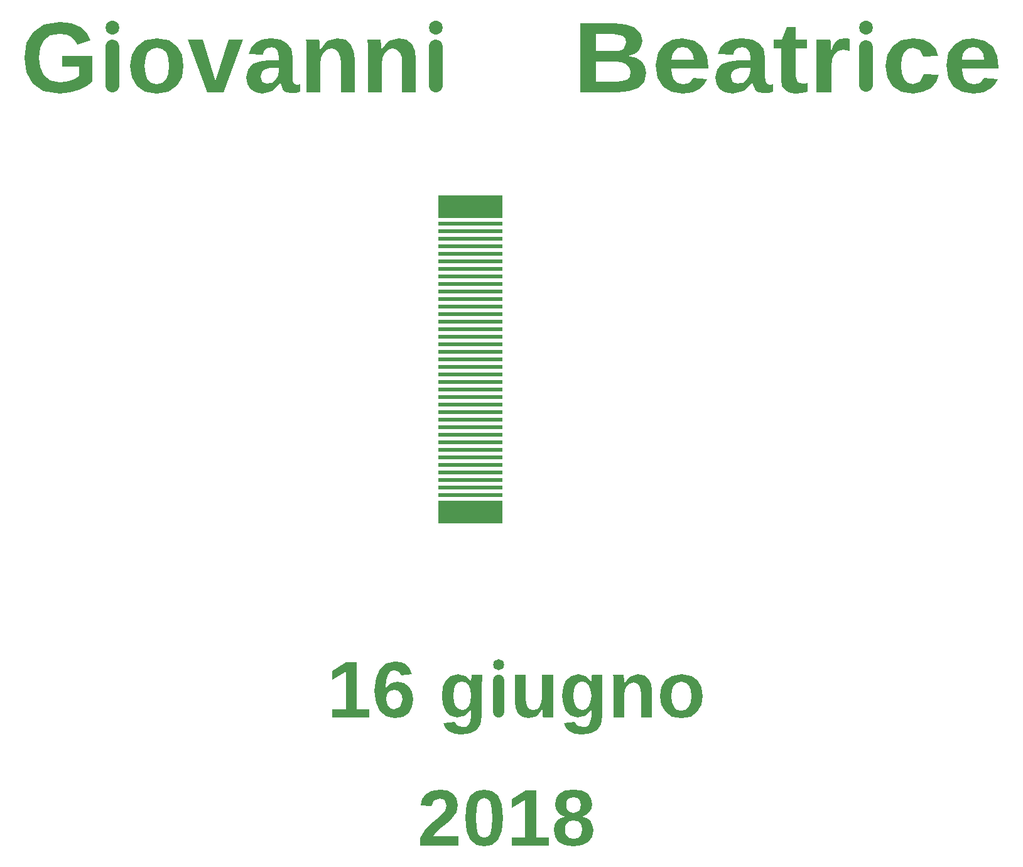
<source format=gbr>
G04 This is an RS-274x file exported by *
G04 gerbv version 2.6.1 *
G04 More information is available about gerbv at *
G04 http://gerbv.geda-project.org/ *
G04 --End of header info--*
%MOIN*%
%FSLAX34Y34*%
%IPPOS*%
G04 --Define apertures--*
%ADD10C,0.0001*%
%ADD11C,0.0584*%
%ADD12C,0.0200*%
%ADD13C,0.0100*%
%ADD14C,0.0400*%
%ADD15C,0.0732*%
%ADD16C,0.0310*%
%ADD17C,0.0150*%
%ADD18C,0.1200*%
%ADD19C,0.0500*%
G04 --Start main section--*
G54D10*
G36*
G01X0024940Y0006698D02*
G01X0024940Y0007104D01*
G01X0025184Y0007497D01*
G01X0025482Y0007819D01*
G01X0025794Y0008092D01*
G01X0026073Y0008335D01*
G01X0026275Y0008572D01*
G01X0026352Y0008823D01*
G01X0026254Y0009112D01*
G01X0025967Y0009206D01*
G01X0025680Y0009104D01*
G01X0025553Y0008803D01*
G01X0024965Y0008836D01*
G01X0025050Y0009160D01*
G01X0025233Y0009426D01*
G01X0025532Y0009605D01*
G01X0025963Y0009672D01*
G01X0026382Y0009616D01*
G01X0026690Y0009455D01*
G01X0026879Y0009195D01*
G01X0026944Y0008848D01*
G01X0026862Y0008476D01*
G01X0026655Y0008168D01*
G01X0026372Y0007906D01*
G01X0026073Y0007668D01*
G01X0025807Y0007433D01*
G01X0025630Y0007179D01*
G01X0026990Y0007179D01*
G01X0026990Y0006698D01*
G01X0024940Y0006698D01*
G37*
G36*
G01X0029800Y0006698D02*
G01X0029800Y0007133D01*
G01X0030525Y0007133D01*
G01X0030525Y0009131D01*
G01X0029823Y0008692D01*
G01X0029823Y0009152D01*
G01X0030556Y0009628D01*
G01X0031109Y0009628D01*
G01X0031109Y0007133D01*
G01X0031781Y0007133D01*
G01X0031781Y0006698D01*
G01X0029800Y0006698D01*
G37*
G36*
G01X0029355Y0008165D02*
G01X0029278Y0007455D01*
G01X0029064Y0006989D01*
G01X0028742Y0006734D01*
G01X0028342Y0006658D01*
G01X0028342Y0007117D01*
G01X0028536Y0007166D01*
G01X0028669Y0007337D01*
G01X0028744Y0007661D01*
G01X0028769Y0008165D01*
G01X0028746Y0008676D01*
G01X0028673Y0008998D01*
G01X0028542Y0009167D01*
G01X0028349Y0009214D01*
G01X0028342Y0009213D01*
G01X0028342Y0009670D01*
G01X0028353Y0009672D01*
G01X0028750Y0009601D01*
G01X0029068Y0009360D01*
G01X0029278Y0008896D01*
G01X0029355Y0008165D01*
G37*
G36*
G01X0028342Y0006658D02*
G01X0028336Y0006657D01*
G01X0027931Y0006734D01*
G01X0027613Y0006988D01*
G01X0027405Y0007453D01*
G01X0027330Y0008165D01*
G01X0027403Y0008896D01*
G01X0027613Y0009360D01*
G01X0027935Y0009601D01*
G01X0028342Y0009670D01*
G01X0028342Y0009213D01*
G01X0028143Y0009164D01*
G01X0028008Y0008996D01*
G01X0027935Y0008672D01*
G01X0027915Y0008165D01*
G01X0027937Y0007661D01*
G01X0028010Y0007337D01*
G01X0028141Y0007166D01*
G01X0028340Y0007116D01*
G01X0028342Y0007117D01*
G01X0028342Y0006658D01*
G37*
G36*
G01X0034137Y0007524D02*
G01X0034075Y0007174D01*
G01X0033884Y0006900D01*
G01X0033557Y0006721D01*
G01X0033088Y0006657D01*
G01X0033085Y0006657D01*
G01X0033085Y0007070D01*
G01X0033092Y0007069D01*
G01X0033308Y0007104D01*
G01X0033443Y0007208D01*
G01X0033512Y0007366D01*
G01X0033533Y0007572D01*
G01X0033512Y0007745D01*
G01X0033441Y0007890D01*
G01X0033302Y0007992D01*
G01X0033085Y0008029D01*
G01X0033085Y0008441D01*
G01X0033283Y0008478D01*
G01X0033400Y0008576D01*
G01X0033452Y0008711D01*
G01X0033464Y0008861D01*
G01X0033445Y0009021D01*
G01X0033383Y0009148D01*
G01X0033265Y0009231D01*
G01X0033085Y0009261D01*
G01X0033085Y0009671D01*
G01X0033520Y0009614D01*
G01X0033828Y0009454D01*
G01X0034007Y0009208D01*
G01X0034065Y0008892D01*
G01X0034027Y0008670D01*
G01X0033923Y0008476D01*
G01X0033755Y0008328D01*
G01X0033533Y0008243D01*
G01X0033533Y0008235D01*
G01X0033772Y0008158D01*
G01X0033965Y0008015D01*
G01X0034092Y0007803D01*
G01X0034137Y0007524D01*
G37*
G36*
G01X0033085Y0006657D02*
G01X0032618Y0006721D01*
G01X0032290Y0006900D01*
G01X0032099Y0007174D01*
G01X0032036Y0007520D01*
G01X0032086Y0007803D01*
G01X0032219Y0008017D01*
G01X0032410Y0008158D01*
G01X0032632Y0008231D01*
G01X0032632Y0008239D01*
G01X0032412Y0008328D01*
G01X0032246Y0008478D01*
G01X0032140Y0008672D01*
G01X0032105Y0008896D01*
G01X0032167Y0009214D01*
G01X0032354Y0009460D01*
G01X0032657Y0009616D01*
G01X0033080Y0009672D01*
G01X0033085Y0009671D01*
G01X0033085Y0009261D01*
G01X0033080Y0009262D01*
G01X0032899Y0009231D01*
G01X0032782Y0009148D01*
G01X0032720Y0009021D01*
G01X0032701Y0008861D01*
G01X0032716Y0008709D01*
G01X0032774Y0008574D01*
G01X0032890Y0008478D01*
G01X0033084Y0008441D01*
G01X0033085Y0008441D01*
G01X0033085Y0008029D01*
G01X0033075Y0008031D01*
G01X0032865Y0007992D01*
G01X0032730Y0007890D01*
G01X0032657Y0007740D01*
G01X0032637Y0007563D01*
G01X0032657Y0007362D01*
G01X0032732Y0007204D01*
G01X0032874Y0007104D01*
G01X0033085Y0007070D01*
G01X0033085Y0006657D01*
G37*
G36*
G01X0036662Y0013499D02*
G01X0036662Y0014761D01*
G01X0036641Y0015000D01*
G01X0036572Y0015187D01*
G01X0036447Y0015310D01*
G01X0036260Y0015353D01*
G01X0036067Y0015305D01*
G01X0035920Y0015172D01*
G01X0035822Y0014966D01*
G01X0035789Y0014705D01*
G01X0035789Y0013499D01*
G01X0035205Y0013499D01*
G01X0035205Y0015245D01*
G01X0035202Y0015395D01*
G01X0035199Y0015540D01*
G01X0035194Y0015665D01*
G01X0035188Y0015748D01*
G01X0035745Y0015748D01*
G01X0035754Y0015667D01*
G01X0035762Y0015547D01*
G01X0035768Y0015413D01*
G01X0035772Y0015301D01*
G01X0035780Y0015301D01*
G01X0036077Y0015675D01*
G01X0036504Y0015792D01*
G01X0036847Y0015725D01*
G01X0037075Y0015542D01*
G01X0037204Y0015268D01*
G01X0037243Y0014927D01*
G01X0037243Y0013499D01*
G01X0036662Y0013499D01*
G37*
G36*
G01X0023568Y0016462D02*
G01X0023613Y0016472D01*
G01X0023931Y0016434D01*
G01X0024187Y0016318D01*
G01X0024378Y0016108D01*
G01X0024505Y0015798D01*
G01X0023954Y0015721D01*
G01X0023818Y0015942D01*
G01X0023600Y0016010D01*
G01X0023568Y0016001D01*
G01X0023568Y0016462D01*
G37*
G36*
G01X0024583Y0014457D02*
G01X0024521Y0014051D01*
G01X0024334Y0013736D01*
G01X0024027Y0013530D01*
G01X0023598Y0013457D01*
G01X0023568Y0013463D01*
G01X0023568Y0013915D01*
G01X0023580Y0013913D01*
G01X0023887Y0014051D01*
G01X0023997Y0014440D01*
G01X0023970Y0014653D01*
G01X0023887Y0014815D01*
G01X0023752Y0014917D01*
G01X0023568Y0014953D01*
G01X0023568Y0015348D01*
G01X0023733Y0015384D01*
G01X0024082Y0015320D01*
G01X0024351Y0015137D01*
G01X0024523Y0014846D01*
G01X0024583Y0014457D01*
G37*
G36*
G01X0023568Y0013463D02*
G01X0023140Y0013547D01*
G01X0022802Y0013819D01*
G01X0022595Y0014270D01*
G01X0022526Y0014896D01*
G01X0022596Y0015582D01*
G01X0022807Y0016075D01*
G01X0023149Y0016372D01*
G01X0023568Y0016462D01*
G01X0023568Y0016001D01*
G01X0023390Y0015951D01*
G01X0023230Y0015775D01*
G01X0023130Y0015480D01*
G01X0023097Y0015062D01*
G01X0023357Y0015301D01*
G01X0023568Y0015348D01*
G01X0023568Y0014953D01*
G01X0023565Y0014954D01*
G01X0023411Y0014929D01*
G01X0023274Y0014848D01*
G01X0023177Y0014708D01*
G01X0023139Y0014503D01*
G01X0023170Y0014270D01*
G01X0023257Y0014081D01*
G01X0023397Y0013956D01*
G01X0023568Y0013915D01*
G01X0023568Y0013463D01*
G37*
G36*
G01X0020269Y0013499D02*
G01X0020269Y0013933D01*
G01X0020994Y0013933D01*
G01X0020994Y0015931D01*
G01X0020291Y0015492D01*
G01X0020291Y0015952D01*
G01X0021025Y0016428D01*
G01X0021578Y0016428D01*
G01X0021578Y0013933D01*
G01X0022249Y0013933D01*
G01X0022249Y0013499D01*
G01X0020269Y0013499D01*
G37*
G36*
G01X0030551Y0015748D02*
G01X0030551Y0014486D01*
G01X0030572Y0014245D01*
G01X0030640Y0014058D01*
G01X0030763Y0013938D01*
G01X0030950Y0013894D01*
G01X0031141Y0013939D01*
G01X0031291Y0014072D01*
G01X0031386Y0014278D01*
G01X0031422Y0014542D01*
G01X0031422Y0015748D01*
G01X0032006Y0015748D01*
G01X0032006Y0013852D01*
G01X0032010Y0013704D01*
G01X0032016Y0013579D01*
G01X0032023Y0013499D01*
G01X0031465Y0013499D01*
G01X0031457Y0013578D01*
G01X0031449Y0013700D01*
G01X0031443Y0013833D01*
G01X0031440Y0013946D01*
G01X0031430Y0013946D01*
G01X0031133Y0013573D01*
G01X0030707Y0013457D01*
G01X0030364Y0013524D01*
G01X0030133Y0013704D01*
G01X0030006Y0013979D01*
G01X0029967Y0014320D01*
G01X0029967Y0015748D01*
G01X0030551Y0015748D01*
G37*
G36*
G01X0027175Y0012981D02*
G01X0027176Y0012981D01*
G01X0027364Y0013010D01*
G01X0027512Y0013110D01*
G01X0027608Y0013292D01*
G01X0027643Y0013576D01*
G01X0027643Y0013694D01*
G01X0027645Y0013804D01*
G01X0027647Y0013916D01*
G01X0027643Y0013916D01*
G01X0027356Y0013601D01*
G01X0027175Y0013560D01*
G01X0027175Y0013910D01*
G01X0027339Y0013941D01*
G01X0027496Y0014062D01*
G01X0027606Y0014293D01*
G01X0027647Y0014655D01*
G01X0027606Y0015008D01*
G01X0027497Y0015235D01*
G01X0027344Y0015355D01*
G01X0027175Y0015390D01*
G01X0027175Y0015741D01*
G01X0027364Y0015696D01*
G01X0027643Y0015387D01*
G01X0027654Y0015387D01*
G01X0027656Y0015486D01*
G01X0027664Y0015597D01*
G01X0027672Y0015692D01*
G01X0027682Y0015748D01*
G01X0028236Y0015748D01*
G01X0028227Y0015538D01*
G01X0028223Y0015228D01*
G01X0028223Y0013567D01*
G01X0028152Y0013141D01*
G01X0027944Y0012837D01*
G01X0027609Y0012657D01*
G01X0027175Y0012599D01*
G01X0027175Y0012981D01*
G37*
G36*
G01X0027175Y0013560D02*
G01X0026919Y0013503D01*
G01X0026550Y0013586D01*
G01X0026294Y0013821D01*
G01X0026143Y0014181D01*
G01X0026095Y0014642D01*
G01X0026146Y0015112D01*
G01X0026304Y0015476D01*
G01X0026574Y0015709D01*
G01X0026963Y0015792D01*
G01X0027175Y0015741D01*
G01X0027175Y0015390D01*
G01X0027171Y0015390D01*
G01X0026972Y0015347D01*
G01X0026826Y0015212D01*
G01X0026734Y0014979D01*
G01X0026704Y0014642D01*
G01X0026732Y0014323D01*
G01X0026820Y0014093D01*
G01X0026965Y0013955D01*
G01X0027167Y0013908D01*
G01X0027175Y0013910D01*
G01X0027175Y0013560D01*
G37*
G36*
G01X0027159Y0012596D02*
G01X0026766Y0012642D01*
G01X0026477Y0012767D01*
G01X0026286Y0012958D01*
G01X0026188Y0013201D01*
G01X0026772Y0013270D01*
G01X0026905Y0013058D01*
G01X0027175Y0012981D01*
G01X0027175Y0012599D01*
G01X0027159Y0012596D01*
G37*
G36*
G01X0027600Y0037080D02*
G01X0029300Y0037080D01*
G01X0027600Y0037080D01*
G01X0027600Y0037080D01*
G37*
G36*
G01X0027600Y0038680D02*
G01X0029300Y0038680D01*
G01X0027600Y0038680D01*
G01X0027600Y0038680D01*
G37*
G36*
G01X0027600Y0026280D02*
G01X0025900Y0026280D01*
G01X0027600Y0026281D01*
G01X0027600Y0026280D01*
G37*
G36*
G01X0027600Y0039480D02*
G01X0025900Y0039480D01*
G01X0027600Y0039481D01*
G01X0027600Y0039480D01*
G37*
G36*
G01X0033560Y0012981D02*
G01X0033561Y0012981D01*
G01X0033749Y0013010D01*
G01X0033897Y0013110D01*
G01X0033993Y0013292D01*
G01X0034028Y0013576D01*
G01X0034028Y0013694D01*
G01X0034030Y0013804D01*
G01X0034032Y0013916D01*
G01X0034028Y0013916D01*
G01X0033741Y0013601D01*
G01X0033560Y0013560D01*
G01X0033560Y0013910D01*
G01X0033724Y0013941D01*
G01X0033881Y0014062D01*
G01X0033991Y0014293D01*
G01X0034032Y0014655D01*
G01X0033991Y0015008D01*
G01X0033883Y0015235D01*
G01X0033729Y0015355D01*
G01X0033560Y0015390D01*
G01X0033560Y0015741D01*
G01X0033749Y0015696D01*
G01X0034028Y0015387D01*
G01X0034039Y0015387D01*
G01X0034041Y0015486D01*
G01X0034049Y0015597D01*
G01X0034057Y0015692D01*
G01X0034068Y0015748D01*
G01X0034621Y0015748D01*
G01X0034612Y0015538D01*
G01X0034608Y0015228D01*
G01X0034608Y0013567D01*
G01X0034537Y0013141D01*
G01X0034329Y0012837D01*
G01X0033995Y0012657D01*
G01X0033560Y0012599D01*
G01X0033560Y0012981D01*
G37*
G36*
G01X0033560Y0013560D02*
G01X0033305Y0013503D01*
G01X0032935Y0013586D01*
G01X0032679Y0013821D01*
G01X0032528Y0014181D01*
G01X0032480Y0014642D01*
G01X0032531Y0015112D01*
G01X0032690Y0015476D01*
G01X0032960Y0015709D01*
G01X0033349Y0015792D01*
G01X0033560Y0015741D01*
G01X0033560Y0015390D01*
G01X0033556Y0015390D01*
G01X0033357Y0015347D01*
G01X0033211Y0015212D01*
G01X0033120Y0014979D01*
G01X0033089Y0014642D01*
G01X0033117Y0014323D01*
G01X0033205Y0014093D01*
G01X0033350Y0013955D01*
G01X0033552Y0013908D01*
G01X0033560Y0013910D01*
G01X0033560Y0013560D01*
G37*
G36*
G01X0033544Y0012596D02*
G01X0033151Y0012642D01*
G01X0032862Y0012767D01*
G01X0032671Y0012958D01*
G01X0032573Y0013201D01*
G01X0033158Y0013270D01*
G01X0033290Y0013058D01*
G01X0033560Y0012981D01*
G01X0033560Y0012599D01*
G01X0033544Y0012596D01*
G37*
G36*
G01X0039944Y0014625D02*
G01X0039871Y0014153D01*
G01X0039657Y0013783D01*
G01X0039299Y0013542D01*
G01X0038811Y0013459D01*
G01X0038811Y0013859D01*
G01X0039023Y0013900D01*
G01X0039193Y0014039D01*
G01X0039297Y0014278D01*
G01X0039333Y0014625D01*
G01X0039300Y0014972D01*
G01X0039201Y0015208D01*
G01X0039041Y0015343D01*
G01X0038821Y0015388D01*
G01X0038811Y0015386D01*
G01X0038811Y0015789D01*
G01X0038813Y0015790D01*
G01X0039330Y0015702D01*
G01X0039680Y0015459D01*
G01X0039879Y0015091D01*
G01X0039944Y0014625D01*
G37*
G36*
G01X0038811Y0013459D02*
G01X0038800Y0013457D01*
G01X0038316Y0013542D01*
G01X0037963Y0013781D01*
G01X0037748Y0014149D01*
G01X0037676Y0014625D01*
G01X0037745Y0015089D01*
G01X0037957Y0015459D01*
G01X0038312Y0015702D01*
G01X0038811Y0015789D01*
G01X0038811Y0015386D01*
G01X0038593Y0015343D01*
G01X0038426Y0015205D01*
G01X0038324Y0014969D01*
G01X0038289Y0014625D01*
G01X0038325Y0014278D01*
G01X0038428Y0014039D01*
G01X0038588Y0013900D01*
G01X0038794Y0013856D01*
G01X0038811Y0013859D01*
G01X0038811Y0013459D01*
G37*
G36*
G01X0044836Y0046608D02*
G01X0044526Y0046652D01*
G01X0044297Y0046783D01*
G01X0044155Y0047005D01*
G01X0044108Y0047317D01*
G01X0044108Y0048978D01*
G01X0043722Y0048978D01*
G01X0043722Y0049473D01*
G01X0044148Y0049473D01*
G01X0044396Y0050135D01*
G01X0044892Y0050135D01*
G01X0044892Y0049473D01*
G01X0045470Y0049473D01*
G01X0045470Y0048978D01*
G01X0044892Y0048978D01*
G01X0044892Y0047515D01*
G01X0044976Y0047210D01*
G01X0045239Y0047114D01*
G01X0045371Y0047124D01*
G01X0045504Y0047150D01*
G01X0045504Y0046697D01*
G01X0045194Y0046632D01*
G01X0044836Y0046608D01*
G37*
G36*
G01X0045983Y0046656D02*
G01X0045983Y0048812D01*
G01X0045981Y0049004D01*
G01X0045975Y0049197D01*
G01X0045969Y0049364D01*
G01X0045961Y0049473D01*
G01X0046717Y0049473D01*
G01X0046728Y0049364D01*
G01X0046739Y0049197D01*
G01X0046748Y0049015D01*
G01X0046753Y0048872D01*
G01X0046765Y0048872D01*
G01X0046883Y0049145D01*
G01X0047021Y0049351D01*
G01X0047216Y0049481D01*
G01X0047495Y0049528D01*
G01X0047633Y0049515D01*
G01X0047740Y0049489D01*
G01X0047740Y0048877D01*
G01X0047585Y0048903D01*
G01X0047402Y0048916D01*
G01X0047138Y0048860D01*
G01X0046939Y0048694D01*
G01X0046817Y0048420D01*
G01X0046776Y0048038D01*
G01X0046776Y0046656D01*
G01X0045983Y0046656D01*
G37*
G36*
G01X0051102Y0046603D02*
G01X0050465Y0046708D01*
G01X0050013Y0047002D01*
G01X0049743Y0047457D01*
G01X0049653Y0048049D01*
G01X0049751Y0048674D01*
G01X0050036Y0049137D01*
G01X0050493Y0049426D01*
G01X0051113Y0049525D01*
G01X0051638Y0049452D01*
G01X0052036Y0049252D01*
G01X0052303Y0048955D01*
G01X0052447Y0048585D01*
G01X0051649Y0048548D01*
G01X0051480Y0048892D01*
G01X0051096Y0049023D01*
G01X0050820Y0048962D01*
G01X0050631Y0048781D01*
G01X0050521Y0048484D01*
G01X0050484Y0048078D01*
G01X0050523Y0047652D01*
G01X0050640Y0047347D01*
G01X0050835Y0047164D01*
G01X0051108Y0047103D01*
G01X0051485Y0047233D01*
G01X0051675Y0047627D01*
G01X0052470Y0047593D01*
G01X0052340Y0047218D01*
G01X0052069Y0046903D01*
G01X0051657Y0046684D01*
G01X0051102Y0046603D01*
G37*
G36*
G01X0005817Y0047205D02*
G01X0006137Y0047231D01*
G01X0006421Y0047298D01*
G01X0006657Y0047398D01*
G01X0006832Y0047515D01*
G01X0006832Y0048023D01*
G01X0005936Y0048023D01*
G01X0005936Y0048590D01*
G01X0007535Y0048590D01*
G01X0007535Y0047241D01*
G01X0007233Y0046997D01*
G01X0006835Y0046793D01*
G01X0006350Y0046656D01*
G01X0005796Y0046603D01*
G01X0004958Y0046744D01*
G01X0004380Y0047140D01*
G01X0004044Y0047744D01*
G01X0003937Y0048507D01*
G01X0004052Y0049283D01*
G01X0004398Y0049872D01*
G01X0004984Y0050247D01*
G01X0005814Y0050380D01*
G01X0006428Y0050312D01*
G01X0006900Y0050119D01*
G01X0007238Y0049817D01*
G01X0007457Y0049424D01*
G01X0006748Y0049210D01*
G01X0006624Y0049426D01*
G01X0006428Y0049606D01*
G01X0006160Y0049728D01*
G01X0005814Y0049775D01*
G01X0005319Y0049684D01*
G01X0004976Y0049429D01*
G01X0004775Y0049028D01*
G01X0004710Y0048507D01*
G01X0004775Y0047981D01*
G01X0004978Y0047570D01*
G01X0005325Y0047301D01*
G01X0005817Y0047205D01*
G37*
G36*
G01X0014072Y0047246D02*
G01X0014777Y0049473D01*
G01X0015543Y0049473D01*
G01X0014504Y0046656D01*
G01X0013629Y0046656D01*
G01X0012622Y0049473D01*
G01X0013395Y0049473D01*
G01X0014072Y0047246D01*
G37*
G36*
G01X0020734Y0046656D02*
G01X0020734Y0048236D01*
G01X0020708Y0048535D01*
G01X0020622Y0048770D01*
G01X0020466Y0048924D01*
G01X0020231Y0048978D01*
G01X0019990Y0048918D01*
G01X0019805Y0048752D01*
G01X0019682Y0048494D01*
G01X0019641Y0048166D01*
G01X0019641Y0046656D01*
G01X0018909Y0046656D01*
G01X0018909Y0048843D01*
G01X0018906Y0049030D01*
G01X0018901Y0049213D01*
G01X0018896Y0049369D01*
G01X0018888Y0049473D01*
G01X0019586Y0049473D01*
G01X0019596Y0049371D01*
G01X0019606Y0049221D01*
G01X0019615Y0049054D01*
G01X0019620Y0048913D01*
G01X0019630Y0048913D01*
G01X0020003Y0049382D01*
G01X0020536Y0049528D01*
G01X0020966Y0049445D01*
G01X0021252Y0049215D01*
G01X0021413Y0048872D01*
G01X0021463Y0048444D01*
G01X0021463Y0046656D01*
G01X0020734Y0046656D01*
G37*
G36*
G01X0023993Y0046656D02*
G01X0023993Y0048236D01*
G01X0023967Y0048535D01*
G01X0023881Y0048770D01*
G01X0023725Y0048924D01*
G01X0023491Y0048978D01*
G01X0023249Y0048918D01*
G01X0023064Y0048752D01*
G01X0022941Y0048494D01*
G01X0022900Y0048166D01*
G01X0022900Y0046656D01*
G01X0022168Y0046656D01*
G01X0022168Y0048843D01*
G01X0022166Y0049030D01*
G01X0022161Y0049213D01*
G01X0022155Y0049369D01*
G01X0022148Y0049473D01*
G01X0022846Y0049473D01*
G01X0022856Y0049371D01*
G01X0022866Y0049221D01*
G01X0022874Y0049054D01*
G01X0022879Y0048913D01*
G01X0022889Y0048913D01*
G01X0023262Y0049382D01*
G01X0023795Y0049528D01*
G01X0024225Y0049445D01*
G01X0024512Y0049215D01*
G01X0024673Y0048872D01*
G01X0024722Y0048444D01*
G01X0024722Y0046656D01*
G01X0023993Y0046656D01*
G37*
G36*
G01X0016966Y0048355D02*
G01X0017443Y0048364D01*
G01X0017443Y0048507D01*
G01X0017415Y0048762D01*
G01X0017337Y0048931D01*
G01X0017206Y0049023D01*
G01X0017032Y0049051D01*
G01X0016966Y0049044D01*
G01X0016966Y0049513D01*
G01X0017063Y0049525D01*
G01X0017532Y0049460D01*
G01X0017881Y0049265D01*
G01X0018099Y0048950D01*
G01X0018175Y0048515D01*
G01X0018175Y0047489D01*
G01X0018182Y0047311D01*
G01X0018217Y0047179D01*
G01X0018286Y0047098D01*
G01X0018406Y0047072D01*
G01X0018568Y0047088D01*
G01X0018568Y0046692D01*
G01X0018451Y0046663D01*
G01X0018347Y0046643D01*
G01X0018234Y0046630D01*
G01X0018099Y0046624D01*
G01X0017859Y0046658D01*
G01X0017690Y0046760D01*
G01X0017535Y0047158D01*
G01X0017519Y0047158D01*
G01X0017144Y0046749D01*
G01X0016966Y0046702D01*
G01X0016966Y0047147D01*
G01X0017082Y0047174D01*
G01X0017274Y0047330D01*
G01X0017399Y0047557D01*
G01X0017443Y0047817D01*
G01X0017443Y0047960D01*
G01X0017069Y0047955D01*
G01X0016966Y0047945D01*
G01X0016966Y0048355D01*
G37*
G36*
G01X0016966Y0049044D02*
G01X0016868Y0049033D01*
G01X0016746Y0048968D01*
G01X0016659Y0048846D01*
G01X0016616Y0048653D01*
G01X0015853Y0048690D01*
G01X0015967Y0049025D01*
G01X0016196Y0049291D01*
G01X0016558Y0049463D01*
G01X0016966Y0049513D01*
G01X0016966Y0049044D01*
G37*
G36*
G01X0016592Y0046603D02*
G01X0016228Y0046658D01*
G01X0015957Y0046822D01*
G01X0015785Y0047090D01*
G01X0015725Y0047453D01*
G01X0015811Y0047871D01*
G01X0016050Y0048148D01*
G01X0016404Y0048301D01*
G01X0016837Y0048353D01*
G01X0016966Y0048355D01*
G01X0016966Y0047945D01*
G01X0016844Y0047934D01*
G01X0016659Y0047874D01*
G01X0016535Y0047744D01*
G01X0016488Y0047509D01*
G01X0016579Y0047210D01*
G01X0016826Y0047114D01*
G01X0016966Y0047147D01*
G01X0016966Y0046702D01*
G01X0016592Y0046603D01*
G37*
G36*
G01X0012390Y0048067D02*
G01X0012299Y0047476D01*
G01X0012031Y0047012D01*
G01X0011583Y0046710D01*
G01X0010971Y0046606D01*
G01X0010971Y0047107D01*
G01X0011237Y0047158D01*
G01X0011450Y0047333D01*
G01X0011580Y0047632D01*
G01X0011625Y0048067D01*
G01X0011584Y0048501D01*
G01X0011461Y0048796D01*
G01X0011259Y0048966D01*
G01X0010985Y0049023D01*
G01X0010971Y0049020D01*
G01X0010971Y0049525D01*
G01X0010974Y0049525D01*
G01X0011622Y0049416D01*
G01X0012059Y0049111D01*
G01X0012309Y0048650D01*
G01X0012390Y0048067D01*
G37*
G36*
G01X0010971Y0046606D02*
G01X0010959Y0046603D01*
G01X0010352Y0046710D01*
G01X0009909Y0047010D01*
G01X0009641Y0047470D01*
G01X0009550Y0048067D01*
G01X0009636Y0048648D01*
G01X0009901Y0049111D01*
G01X0010347Y0049416D01*
G01X0010971Y0049525D01*
G01X0010971Y0049020D01*
G01X0010699Y0048966D01*
G01X0010490Y0048794D01*
G01X0010361Y0048497D01*
G01X0010318Y0048067D01*
G01X0010362Y0047632D01*
G01X0010492Y0047333D01*
G01X0010693Y0047158D01*
G01X0010950Y0047103D01*
G01X0010971Y0047107D01*
G01X0010971Y0046606D01*
G37*
G36*
G01X0036956Y0047702D02*
G01X0036835Y0047223D01*
G01X0036503Y0046898D01*
G01X0036014Y0046713D01*
G01X0035422Y0046656D01*
G01X0035194Y0046656D01*
G01X0035194Y0047226D01*
G01X0035352Y0047226D01*
G01X0035656Y0047249D01*
G01X0035899Y0047335D01*
G01X0036063Y0047502D01*
G01X0036122Y0047762D01*
G01X0036059Y0048007D01*
G01X0035887Y0048166D01*
G01X0035634Y0048252D01*
G01X0035321Y0048278D01*
G01X0035194Y0048278D01*
G01X0035194Y0048846D01*
G01X0035219Y0048846D01*
G01X0035523Y0048874D01*
G01X0035730Y0048957D01*
G01X0035891Y0049299D01*
G01X0035847Y0049510D01*
G01X0035718Y0049650D01*
G01X0035214Y0049755D01*
G01X0035194Y0049755D01*
G01X0035194Y0050325D01*
G01X0035253Y0050325D01*
G01X0035879Y0050267D01*
G01X0036344Y0050098D01*
G01X0036629Y0049809D01*
G01X0036728Y0049403D01*
G01X0036681Y0049115D01*
G01X0036539Y0048874D01*
G01X0036303Y0048695D01*
G01X0035969Y0048585D01*
G01X0036394Y0048489D01*
G01X0036703Y0048304D01*
G01X0036893Y0048041D01*
G01X0036956Y0047702D01*
G37*
G36*
G01X0035194Y0046656D02*
G01X0033434Y0046656D01*
G01X0033434Y0050325D01*
G01X0035194Y0050325D01*
G01X0035194Y0049755D01*
G01X0034266Y0049755D01*
G01X0034266Y0048846D01*
G01X0035194Y0048846D01*
G01X0035194Y0048278D01*
G01X0034266Y0048278D01*
G01X0034266Y0047226D01*
G01X0035194Y0047226D01*
G01X0035194Y0046656D01*
G37*
G36*
G01X0038877Y0047101D02*
G01X0038914Y0047093D01*
G01X0039255Y0047174D01*
G01X0039444Y0047429D01*
G01X0040191Y0047369D01*
G01X0040047Y0047114D01*
G01X0039805Y0046864D01*
G01X0039424Y0046676D01*
G01X0038877Y0046604D01*
G01X0038877Y0047101D01*
G37*
G36*
G01X0038877Y0049524D02*
G01X0038886Y0049525D01*
G01X0039500Y0049408D01*
G01X0039920Y0049085D01*
G01X0040160Y0048585D01*
G01X0040236Y0047945D01*
G01X0040236Y0047923D01*
G01X0038877Y0047923D01*
G01X0038877Y0048382D01*
G01X0039469Y0048382D01*
G01X0039413Y0048680D01*
G01X0039291Y0048892D01*
G01X0039110Y0049022D01*
G01X0038877Y0049064D01*
G01X0038877Y0049524D01*
G37*
G36*
G01X0038874Y0046603D02*
G01X0038279Y0046692D01*
G01X0037831Y0046965D01*
G01X0037546Y0047426D01*
G01X0037447Y0048078D01*
G01X0037563Y0048757D01*
G01X0037879Y0049202D01*
G01X0038338Y0049450D01*
G01X0038877Y0049524D01*
G01X0038877Y0049064D01*
G01X0038874Y0049064D01*
G01X0038646Y0049025D01*
G01X0038462Y0048905D01*
G01X0038338Y0048694D01*
G01X0038285Y0048382D01*
G01X0038877Y0048382D01*
G01X0038877Y0047923D01*
G01X0038279Y0047923D01*
G01X0038313Y0047593D01*
G01X0038423Y0047330D01*
G01X0038620Y0047155D01*
G01X0038877Y0047101D01*
G01X0038877Y0046604D01*
G01X0038874Y0046603D01*
G37*
G36*
G01X0041949Y0048355D02*
G01X0042467Y0048364D01*
G01X0042467Y0048507D01*
G01X0042436Y0048762D01*
G01X0042351Y0048931D01*
G01X0042210Y0049023D01*
G01X0042021Y0049051D01*
G01X0041949Y0049044D01*
G01X0041949Y0049513D01*
G01X0042055Y0049525D01*
G01X0042563Y0049460D01*
G01X0042940Y0049265D01*
G01X0043177Y0048950D01*
G01X0043259Y0048515D01*
G01X0043259Y0047489D01*
G01X0043268Y0047311D01*
G01X0043304Y0047179D01*
G01X0043380Y0047098D01*
G01X0043510Y0047072D01*
G01X0043685Y0047088D01*
G01X0043685Y0046692D01*
G01X0043558Y0046663D01*
G01X0043446Y0046643D01*
G01X0043324Y0046630D01*
G01X0043177Y0046624D01*
G01X0042917Y0046658D01*
G01X0042735Y0046760D01*
G01X0042566Y0047158D01*
G01X0042549Y0047158D01*
G01X0042142Y0046749D01*
G01X0041949Y0046702D01*
G01X0041949Y0047147D01*
G01X0042075Y0047174D01*
G01X0042283Y0047330D01*
G01X0042419Y0047557D01*
G01X0042467Y0047817D01*
G01X0042467Y0047960D01*
G01X0042061Y0047955D01*
G01X0041949Y0047945D01*
G01X0041949Y0048355D01*
G37*
G36*
G01X0041949Y0049044D02*
G01X0041843Y0049033D01*
G01X0041711Y0048968D01*
G01X0041618Y0048846D01*
G01X0041570Y0048653D01*
G01X0040744Y0048690D01*
G01X0040868Y0049025D01*
G01X0041116Y0049291D01*
G01X0041508Y0049463D01*
G01X0041949Y0049513D01*
G01X0041949Y0049044D01*
G37*
G36*
G01X0041544Y0046603D02*
G01X0041150Y0046658D01*
G01X0040856Y0046822D01*
G01X0040670Y0047090D01*
G01X0040606Y0047453D01*
G01X0040699Y0047871D01*
G01X0040958Y0048148D01*
G01X0041342Y0048301D01*
G01X0041810Y0048353D01*
G01X0041949Y0048355D01*
G01X0041949Y0047945D01*
G01X0041818Y0047934D01*
G01X0041618Y0047874D01*
G01X0041483Y0047744D01*
G01X0041432Y0047509D01*
G01X0041530Y0047210D01*
G01X0041798Y0047114D01*
G01X0041949Y0047147D01*
G01X0041949Y0046702D01*
G01X0041544Y0046603D01*
G37*
G36*
G01X0054297Y0047101D02*
G01X0054334Y0047093D01*
G01X0054675Y0047174D01*
G01X0054864Y0047429D01*
G01X0055611Y0047369D01*
G01X0055468Y0047114D01*
G01X0055225Y0046864D01*
G01X0054844Y0046676D01*
G01X0054297Y0046604D01*
G01X0054297Y0047101D01*
G37*
G36*
G01X0054297Y0049524D02*
G01X0054305Y0049525D01*
G01X0054920Y0049408D01*
G01X0055341Y0049085D01*
G01X0055580Y0048585D01*
G01X0055656Y0047945D01*
G01X0055656Y0047923D01*
G01X0054297Y0047923D01*
G01X0054297Y0048382D01*
G01X0054889Y0048382D01*
G01X0054833Y0048680D01*
G01X0054712Y0048892D01*
G01X0054530Y0049022D01*
G01X0054297Y0049064D01*
G01X0054297Y0049524D01*
G37*
G36*
G01X0054294Y0046603D02*
G01X0053699Y0046692D01*
G01X0053251Y0046965D01*
G01X0052966Y0047426D01*
G01X0052867Y0048078D01*
G01X0052983Y0048757D01*
G01X0053299Y0049202D01*
G01X0053759Y0049450D01*
G01X0054297Y0049524D01*
G01X0054297Y0049064D01*
G01X0054294Y0049064D01*
G01X0054066Y0049025D01*
G01X0053883Y0048905D01*
G01X0053759Y0048694D01*
G01X0053705Y0048382D01*
G01X0054297Y0048382D01*
G01X0054297Y0047923D01*
G01X0053699Y0047923D01*
G01X0053733Y0047593D01*
G01X0053843Y0047330D01*
G01X0054041Y0047155D01*
G01X0054297Y0047101D01*
G01X0054297Y0046604D01*
G01X0054294Y0046603D01*
G37*
G54D11*
G01X0029112Y0016310D03*
G01X0029112Y0015456D02*
G01X0029112Y0013791D01*
G54D15*
G01X0025793Y0050099D03*
G01X0025793Y0049107D02*
G01X0025793Y0047021D01*
G01X0048625Y0050099D03*
G01X0048625Y0049077D02*
G01X0048625Y0047052D01*
G01X0008601Y0049107D02*
G01X0008601Y0047021D01*
G01X0008601Y0050099D03*
G54D10*
G36*
G01X0025900Y0038980D02*
G01X0025900Y0038780D01*
G01X0029300Y0038780D01*
G01X0029300Y0038980D01*
G01X0025900Y0038980D01*
G37*
G36*
G01X0025900Y0039380D02*
G01X0025900Y0039180D01*
G01X0029300Y0039180D01*
G01X0029300Y0039380D01*
G01X0025900Y0039380D01*
G37*
G36*
G01X0025900Y0039780D02*
G01X0025900Y0039580D01*
G01X0029300Y0039580D01*
G01X0029300Y0039780D01*
G01X0025900Y0039780D01*
G37*
G36*
G01X0025900Y0025380D02*
G01X0025900Y0025180D01*
G01X0029300Y0025180D01*
G01X0029300Y0025380D01*
G01X0025900Y0025380D01*
G37*
G36*
G01X0025900Y0024980D02*
G01X0025900Y0023780D01*
G01X0029300Y0023780D01*
G01X0029300Y0024980D01*
G01X0025900Y0024980D01*
G37*
G36*
G01X0025900Y0025780D02*
G01X0025900Y0025580D01*
G01X0029300Y0025580D01*
G01X0029300Y0025780D01*
G01X0025900Y0025780D01*
G37*
G36*
G01X0025900Y0026180D02*
G01X0025900Y0025980D01*
G01X0029300Y0025980D01*
G01X0029300Y0026180D01*
G01X0025900Y0026180D01*
G37*
G36*
G01X0025900Y0026580D02*
G01X0025900Y0026380D01*
G01X0029300Y0026380D01*
G01X0029300Y0026580D01*
G01X0025900Y0026580D01*
G37*
G36*
G01X0025900Y0026980D02*
G01X0025900Y0026780D01*
G01X0029300Y0026780D01*
G01X0029300Y0026980D01*
G01X0025900Y0026980D01*
G37*
G36*
G01X0025900Y0027380D02*
G01X0025900Y0027180D01*
G01X0029300Y0027180D01*
G01X0029300Y0027380D01*
G01X0025900Y0027380D01*
G37*
G36*
G01X0025900Y0027780D02*
G01X0025900Y0027580D01*
G01X0029300Y0027580D01*
G01X0029300Y0027780D01*
G01X0025900Y0027780D01*
G37*
G36*
G01X0025900Y0032580D02*
G01X0025900Y0032380D01*
G01X0029300Y0032380D01*
G01X0029300Y0032580D01*
G01X0025900Y0032580D01*
G37*
G36*
G01X0025900Y0032980D02*
G01X0025900Y0032780D01*
G01X0029300Y0032780D01*
G01X0029300Y0032980D01*
G01X0025900Y0032980D01*
G37*
G36*
G01X0025900Y0033380D02*
G01X0025900Y0033180D01*
G01X0029300Y0033180D01*
G01X0029300Y0033380D01*
G01X0025900Y0033380D01*
G37*
G36*
G01X0025900Y0033780D02*
G01X0025900Y0033580D01*
G01X0029300Y0033580D01*
G01X0029300Y0033780D01*
G01X0025900Y0033780D01*
G37*
G36*
G01X0025900Y0034180D02*
G01X0025900Y0033980D01*
G01X0029300Y0033980D01*
G01X0029300Y0034180D01*
G01X0025900Y0034180D01*
G37*
G36*
G01X0025900Y0034580D02*
G01X0025900Y0034380D01*
G01X0029300Y0034380D01*
G01X0029300Y0034580D01*
G01X0025900Y0034580D01*
G37*
G36*
G01X0025900Y0028180D02*
G01X0025900Y0027980D01*
G01X0029300Y0027980D01*
G01X0029300Y0028180D01*
G01X0025900Y0028180D01*
G37*
G36*
G01X0025900Y0028580D02*
G01X0025900Y0028380D01*
G01X0029300Y0028380D01*
G01X0029300Y0028580D01*
G01X0025900Y0028580D01*
G37*
G36*
G01X0025900Y0028980D02*
G01X0025900Y0028780D01*
G01X0029300Y0028780D01*
G01X0029300Y0028980D01*
G01X0025900Y0028980D01*
G37*
G36*
G01X0025900Y0029380D02*
G01X0025900Y0029180D01*
G01X0029300Y0029180D01*
G01X0029300Y0029380D01*
G01X0025900Y0029380D01*
G37*
G36*
G01X0025900Y0029780D02*
G01X0025900Y0029580D01*
G01X0029300Y0029580D01*
G01X0029300Y0029780D01*
G01X0025900Y0029780D01*
G37*
G36*
G01X0025900Y0030180D02*
G01X0025900Y0029980D01*
G01X0029300Y0029980D01*
G01X0029300Y0030180D01*
G01X0025900Y0030180D01*
G37*
G36*
G01X0025900Y0030580D02*
G01X0025900Y0030380D01*
G01X0029300Y0030380D01*
G01X0029300Y0030580D01*
G01X0025900Y0030580D01*
G37*
G36*
G01X0025900Y0030980D02*
G01X0025900Y0030780D01*
G01X0029300Y0030780D01*
G01X0029300Y0030980D01*
G01X0025900Y0030980D01*
G37*
G36*
G01X0025900Y0031380D02*
G01X0025900Y0031180D01*
G01X0029300Y0031180D01*
G01X0029300Y0031380D01*
G01X0025900Y0031380D01*
G37*
G36*
G01X0025900Y0031780D02*
G01X0025900Y0031580D01*
G01X0029300Y0031580D01*
G01X0029300Y0031780D01*
G01X0025900Y0031780D01*
G37*
G36*
G01X0025900Y0032180D02*
G01X0025900Y0031980D01*
G01X0029300Y0031980D01*
G01X0029300Y0032180D01*
G01X0025900Y0032180D01*
G37*
G36*
G01X0025900Y0036980D02*
G01X0025900Y0036780D01*
G01X0029300Y0036780D01*
G01X0029300Y0036980D01*
G01X0025900Y0036980D01*
G37*
G36*
G01X0025900Y0037380D02*
G01X0025900Y0037180D01*
G01X0029300Y0037180D01*
G01X0029300Y0037380D01*
G01X0025900Y0037380D01*
G37*
G36*
G01X0025900Y0034980D02*
G01X0025900Y0034780D01*
G01X0029300Y0034780D01*
G01X0029300Y0034980D01*
G01X0025900Y0034980D01*
G37*
G36*
G01X0025900Y0035380D02*
G01X0025900Y0035180D01*
G01X0029300Y0035180D01*
G01X0029300Y0035380D01*
G01X0025900Y0035380D01*
G37*
G36*
G01X0025900Y0035780D02*
G01X0025900Y0035580D01*
G01X0029300Y0035580D01*
G01X0029300Y0035780D01*
G01X0025900Y0035780D01*
G37*
G36*
G01X0025900Y0036180D02*
G01X0025900Y0035980D01*
G01X0029300Y0035980D01*
G01X0029300Y0036180D01*
G01X0025900Y0036180D01*
G37*
G36*
G01X0025900Y0036580D02*
G01X0025900Y0036380D01*
G01X0029300Y0036380D01*
G01X0029300Y0036580D01*
G01X0025900Y0036580D01*
G37*
G36*
G01X0025900Y0041180D02*
G01X0025900Y0039980D01*
G01X0029300Y0039980D01*
G01X0029300Y0041180D01*
G01X0025900Y0041180D01*
G37*
G36*
G01X0025900Y0037780D02*
G01X0025900Y0037580D01*
G01X0029300Y0037580D01*
G01X0029300Y0037780D01*
G01X0025900Y0037780D01*
G37*
G36*
G01X0025900Y0038180D02*
G01X0025900Y0037980D01*
G01X0029300Y0037980D01*
G01X0029300Y0038180D01*
G01X0025900Y0038180D01*
G37*
G36*
G01X0025900Y0038580D02*
G01X0025900Y0038380D01*
G01X0029300Y0038380D01*
G01X0029300Y0038580D01*
G01X0025900Y0038580D01*
G37*
G54D16*
G01X0014100Y0046860D03*
G01X0016500Y0046860D03*
G01X0019300Y0046860D03*
G01X0022600Y0046860D03*
G01X0005800Y0046860D03*
G01X0008600Y0046860D03*
G01X0011000Y0046860D03*
G01X0038900Y0046860D03*
G01X0041400Y0046860D03*
G01X0044800Y0046860D03*
G01X0046400Y0046860D03*
G01X0048600Y0046860D03*
G01X0051100Y0046860D03*
G01X0054300Y0046860D03*
G01X0025800Y0046860D03*
G01X0033800Y0046860D03*
M02*

</source>
